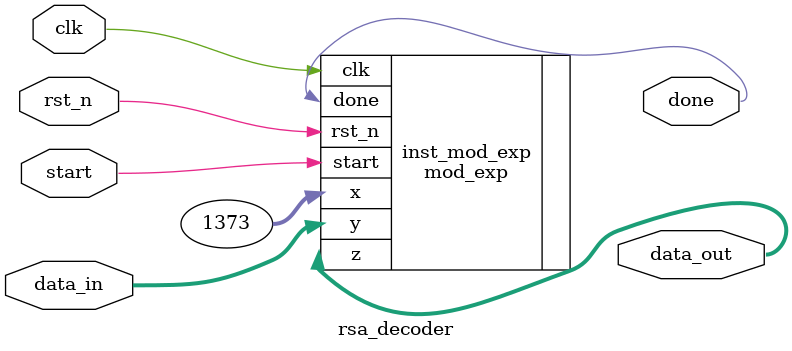
<source format=v>
`timescale 1ns / 1ps

module rsa_decoder (
        input clk,
        input rst_n,
        input start,
        input [k-1:0] data_in,
        output [k-1:0] data_out,
        output done
    );


    parameter p = 67, q = 5, n = 3551, t = 3432, e = 5, d = 1373;
    parameter exp_2k = 2292;  // 4096-3551=545, 545*545%3551 =2292
    // 3551 2^10 = 1024 2^11 = 2048 2^12 = 4096
    parameter k = 12;
    parameter logk = 4;
    // mod_exp
    mod_exp #(
                .k     (k),
                .logk  (logk),
                .m     (n),
                .exp_2k(exp_2k)
            ) inst_mod_exp (
                .x    (d),
                .y    (data_in),
                .clk  (clk),
                .rst_n(rst_n),
                .start(start),
                .z    (data_out),
                .done (done)
            );
endmodule

</source>
